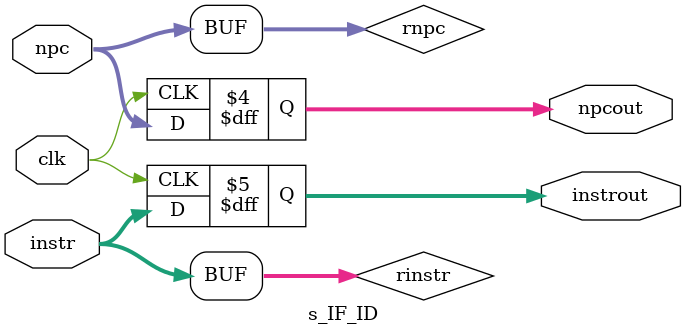
<source format=v>
`timescale 1ns / 1ps
module s_IF_ID(npc,instr,npcout,instrout,clk
    );
	input [31:0]npc;
	input [31:0]instr;
	input clk;
	output reg[31:0]npcout;
	output reg[31:0]instrout;
	reg [31:0]rnpc;
	reg [31:0]rinstr;
	always@(posedge clk)
	begin
		npcout<=rnpc;
		instrout<=rinstr;
	end
	always@(npc)
	begin
		rnpc=npc;
	end
	always@(instr)
	begin
		rinstr=instr;
	end
endmodule

</source>
